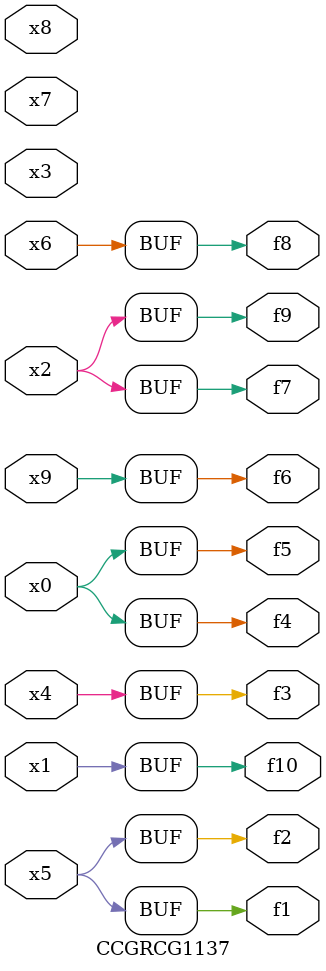
<source format=v>
module CCGRCG1137(
	input x0, x1, x2, x3, x4, x5, x6, x7, x8, x9,
	output f1, f2, f3, f4, f5, f6, f7, f8, f9, f10
);
	assign f1 = x5;
	assign f2 = x5;
	assign f3 = x4;
	assign f4 = x0;
	assign f5 = x0;
	assign f6 = x9;
	assign f7 = x2;
	assign f8 = x6;
	assign f9 = x2;
	assign f10 = x1;
endmodule

</source>
